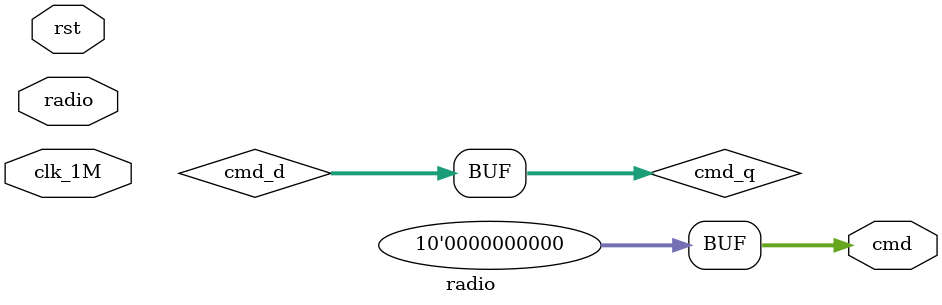
<source format=v>


module radio
  (
  input clk_1M,
  input rst,
  input radio,
  output [9:0] cmd
  );

  reg [10:0] ctr_d, ctr_q;
  reg [9:0] cmd_d, cmd_q;

  assign cmd = 10'b0;  //assign cmd = cmd_q;

  always @(*) begin
    if (radio) begin
      ctr_d = ctr_q + 1'b1;
    end else begin
		ctr_d = 1'b0;
    end
	 cmd_d = cmd_q;
  end

  always @( posedge radio ) begin
    ctr_q <= 1'b0;
	 cmd_q <= cmd_d;
  end

  always @( negedge radio ) begin
    if ( ctr_q < 988 ) begin
      cmd_q <= 0;
	 end else if ( ctr_q > 2011 ) begin
      cmd_q <= 1023;
	 end else begin
      cmd_q <= ctr_q - 988;
    end
  end

  always @( posedge clk_1M ) begin

    if (rst) begin
      ctr_q <= 1'b0;
      cmd_q <= 10'd100;
    end else begin
      ctr_q <= ctr_d;
      cmd_q <= cmd_d;
    end

  end

endmodule




</source>
